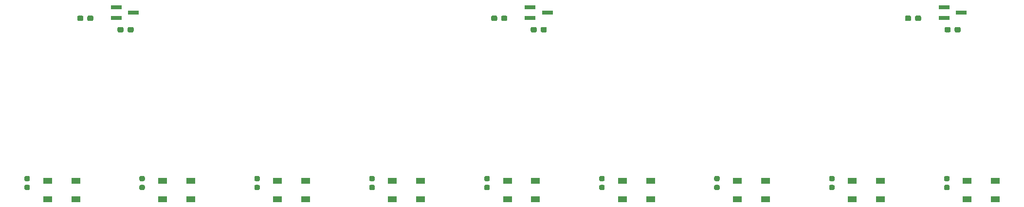
<source format=gbr>
G04 #@! TF.GenerationSoftware,KiCad,Pcbnew,(5.1.7)-1*
G04 #@! TF.CreationDate,2021-03-22T01:50:53-04:00*
G04 #@! TF.ProjectId,Circuit-AirSensor-Right,43697263-7569-4742-9d41-697253656e73,rev?*
G04 #@! TF.SameCoordinates,Original*
G04 #@! TF.FileFunction,Paste,Top*
G04 #@! TF.FilePolarity,Positive*
%FSLAX46Y46*%
G04 Gerber Fmt 4.6, Leading zero omitted, Abs format (unit mm)*
G04 Created by KiCad (PCBNEW (5.1.7)-1) date 2021-03-22 01:50:53*
%MOMM*%
%LPD*%
G01*
G04 APERTURE LIST*
%ADD10R,1.500000X1.000000*%
%ADD11R,1.900000X0.800000*%
G04 APERTURE END LIST*
G36*
G01*
X233750000Y-132550000D02*
X234250000Y-132550000D01*
G75*
G02*
X234475000Y-132775000I0J-225000D01*
G01*
X234475000Y-133225000D01*
G75*
G02*
X234250000Y-133450000I-225000J0D01*
G01*
X233750000Y-133450000D01*
G75*
G02*
X233525000Y-133225000I0J225000D01*
G01*
X233525000Y-132775000D01*
G75*
G02*
X233750000Y-132550000I225000J0D01*
G01*
G37*
G36*
G01*
X233750000Y-134100000D02*
X234250000Y-134100000D01*
G75*
G02*
X234475000Y-134325000I0J-225000D01*
G01*
X234475000Y-134775000D01*
G75*
G02*
X234250000Y-135000000I-225000J0D01*
G01*
X233750000Y-135000000D01*
G75*
G02*
X233525000Y-134775000I0J225000D01*
G01*
X233525000Y-134325000D01*
G75*
G02*
X233750000Y-134100000I225000J0D01*
G01*
G37*
G36*
G01*
X213750000Y-134100000D02*
X214250000Y-134100000D01*
G75*
G02*
X214475000Y-134325000I0J-225000D01*
G01*
X214475000Y-134775000D01*
G75*
G02*
X214250000Y-135000000I-225000J0D01*
G01*
X213750000Y-135000000D01*
G75*
G02*
X213525000Y-134775000I0J225000D01*
G01*
X213525000Y-134325000D01*
G75*
G02*
X213750000Y-134100000I225000J0D01*
G01*
G37*
G36*
G01*
X213750000Y-132550000D02*
X214250000Y-132550000D01*
G75*
G02*
X214475000Y-132775000I0J-225000D01*
G01*
X214475000Y-133225000D01*
G75*
G02*
X214250000Y-133450000I-225000J0D01*
G01*
X213750000Y-133450000D01*
G75*
G02*
X213525000Y-133225000I0J225000D01*
G01*
X213525000Y-132775000D01*
G75*
G02*
X213750000Y-132550000I225000J0D01*
G01*
G37*
G36*
G01*
X193750000Y-132550000D02*
X194250000Y-132550000D01*
G75*
G02*
X194475000Y-132775000I0J-225000D01*
G01*
X194475000Y-133225000D01*
G75*
G02*
X194250000Y-133450000I-225000J0D01*
G01*
X193750000Y-133450000D01*
G75*
G02*
X193525000Y-133225000I0J225000D01*
G01*
X193525000Y-132775000D01*
G75*
G02*
X193750000Y-132550000I225000J0D01*
G01*
G37*
G36*
G01*
X193750000Y-134100000D02*
X194250000Y-134100000D01*
G75*
G02*
X194475000Y-134325000I0J-225000D01*
G01*
X194475000Y-134775000D01*
G75*
G02*
X194250000Y-135000000I-225000J0D01*
G01*
X193750000Y-135000000D01*
G75*
G02*
X193525000Y-134775000I0J225000D01*
G01*
X193525000Y-134325000D01*
G75*
G02*
X193750000Y-134100000I225000J0D01*
G01*
G37*
G36*
G01*
X173750000Y-132550000D02*
X174250000Y-132550000D01*
G75*
G02*
X174475000Y-132775000I0J-225000D01*
G01*
X174475000Y-133225000D01*
G75*
G02*
X174250000Y-133450000I-225000J0D01*
G01*
X173750000Y-133450000D01*
G75*
G02*
X173525000Y-133225000I0J225000D01*
G01*
X173525000Y-132775000D01*
G75*
G02*
X173750000Y-132550000I225000J0D01*
G01*
G37*
G36*
G01*
X173750000Y-134100000D02*
X174250000Y-134100000D01*
G75*
G02*
X174475000Y-134325000I0J-225000D01*
G01*
X174475000Y-134775000D01*
G75*
G02*
X174250000Y-135000000I-225000J0D01*
G01*
X173750000Y-135000000D01*
G75*
G02*
X173525000Y-134775000I0J225000D01*
G01*
X173525000Y-134325000D01*
G75*
G02*
X173750000Y-134100000I225000J0D01*
G01*
G37*
G36*
G01*
X153750000Y-132550000D02*
X154250000Y-132550000D01*
G75*
G02*
X154475000Y-132775000I0J-225000D01*
G01*
X154475000Y-133225000D01*
G75*
G02*
X154250000Y-133450000I-225000J0D01*
G01*
X153750000Y-133450000D01*
G75*
G02*
X153525000Y-133225000I0J225000D01*
G01*
X153525000Y-132775000D01*
G75*
G02*
X153750000Y-132550000I225000J0D01*
G01*
G37*
G36*
G01*
X153750000Y-134100000D02*
X154250000Y-134100000D01*
G75*
G02*
X154475000Y-134325000I0J-225000D01*
G01*
X154475000Y-134775000D01*
G75*
G02*
X154250000Y-135000000I-225000J0D01*
G01*
X153750000Y-135000000D01*
G75*
G02*
X153525000Y-134775000I0J225000D01*
G01*
X153525000Y-134325000D01*
G75*
G02*
X153750000Y-134100000I225000J0D01*
G01*
G37*
G36*
G01*
X133750000Y-132550000D02*
X134250000Y-132550000D01*
G75*
G02*
X134475000Y-132775000I0J-225000D01*
G01*
X134475000Y-133225000D01*
G75*
G02*
X134250000Y-133450000I-225000J0D01*
G01*
X133750000Y-133450000D01*
G75*
G02*
X133525000Y-133225000I0J225000D01*
G01*
X133525000Y-132775000D01*
G75*
G02*
X133750000Y-132550000I225000J0D01*
G01*
G37*
G36*
G01*
X133750000Y-134100000D02*
X134250000Y-134100000D01*
G75*
G02*
X134475000Y-134325000I0J-225000D01*
G01*
X134475000Y-134775000D01*
G75*
G02*
X134250000Y-135000000I-225000J0D01*
G01*
X133750000Y-135000000D01*
G75*
G02*
X133525000Y-134775000I0J225000D01*
G01*
X133525000Y-134325000D01*
G75*
G02*
X133750000Y-134100000I225000J0D01*
G01*
G37*
G36*
G01*
X113750000Y-132550000D02*
X114250000Y-132550000D01*
G75*
G02*
X114475000Y-132775000I0J-225000D01*
G01*
X114475000Y-133225000D01*
G75*
G02*
X114250000Y-133450000I-225000J0D01*
G01*
X113750000Y-133450000D01*
G75*
G02*
X113525000Y-133225000I0J225000D01*
G01*
X113525000Y-132775000D01*
G75*
G02*
X113750000Y-132550000I225000J0D01*
G01*
G37*
G36*
G01*
X113750000Y-134100000D02*
X114250000Y-134100000D01*
G75*
G02*
X114475000Y-134325000I0J-225000D01*
G01*
X114475000Y-134775000D01*
G75*
G02*
X114250000Y-135000000I-225000J0D01*
G01*
X113750000Y-135000000D01*
G75*
G02*
X113525000Y-134775000I0J225000D01*
G01*
X113525000Y-134325000D01*
G75*
G02*
X113750000Y-134100000I225000J0D01*
G01*
G37*
G36*
G01*
X93750000Y-134100000D02*
X94250000Y-134100000D01*
G75*
G02*
X94475000Y-134325000I0J-225000D01*
G01*
X94475000Y-134775000D01*
G75*
G02*
X94250000Y-135000000I-225000J0D01*
G01*
X93750000Y-135000000D01*
G75*
G02*
X93525000Y-134775000I0J225000D01*
G01*
X93525000Y-134325000D01*
G75*
G02*
X93750000Y-134100000I225000J0D01*
G01*
G37*
G36*
G01*
X93750000Y-132550000D02*
X94250000Y-132550000D01*
G75*
G02*
X94475000Y-132775000I0J-225000D01*
G01*
X94475000Y-133225000D01*
G75*
G02*
X94250000Y-133450000I-225000J0D01*
G01*
X93750000Y-133450000D01*
G75*
G02*
X93525000Y-133225000I0J225000D01*
G01*
X93525000Y-132775000D01*
G75*
G02*
X93750000Y-132550000I225000J0D01*
G01*
G37*
G36*
G01*
X73750000Y-134100000D02*
X74250000Y-134100000D01*
G75*
G02*
X74475000Y-134325000I0J-225000D01*
G01*
X74475000Y-134775000D01*
G75*
G02*
X74250000Y-135000000I-225000J0D01*
G01*
X73750000Y-135000000D01*
G75*
G02*
X73525000Y-134775000I0J225000D01*
G01*
X73525000Y-134325000D01*
G75*
G02*
X73750000Y-134100000I225000J0D01*
G01*
G37*
G36*
G01*
X73750000Y-132550000D02*
X74250000Y-132550000D01*
G75*
G02*
X74475000Y-132775000I0J-225000D01*
G01*
X74475000Y-133225000D01*
G75*
G02*
X74250000Y-133450000I-225000J0D01*
G01*
X73750000Y-133450000D01*
G75*
G02*
X73525000Y-133225000I0J225000D01*
G01*
X73525000Y-132775000D01*
G75*
G02*
X73750000Y-132550000I225000J0D01*
G01*
G37*
D10*
X77550000Y-133400000D03*
X77550000Y-136600000D03*
X82450000Y-133400000D03*
X82450000Y-136600000D03*
X102450000Y-136600000D03*
X102450000Y-133400000D03*
X97550000Y-136600000D03*
X97550000Y-133400000D03*
X122450000Y-136600000D03*
X122450000Y-133400000D03*
X117550000Y-136600000D03*
X117550000Y-133400000D03*
X142450000Y-136600000D03*
X142450000Y-133400000D03*
X137550000Y-136600000D03*
X137550000Y-133400000D03*
X237550000Y-133400000D03*
X237550000Y-136600000D03*
X242450000Y-133400000D03*
X242450000Y-136600000D03*
X222450000Y-136600000D03*
X222450000Y-133400000D03*
X217550000Y-136600000D03*
X217550000Y-133400000D03*
X202450000Y-136600000D03*
X202450000Y-133400000D03*
X197550000Y-136600000D03*
X197550000Y-133400000D03*
X182450000Y-136600000D03*
X182450000Y-133400000D03*
X177550000Y-136600000D03*
X177550000Y-133400000D03*
X157550000Y-133400000D03*
X157550000Y-136600000D03*
X162450000Y-133400000D03*
X162450000Y-136600000D03*
G36*
G01*
X227775000Y-104762500D02*
X227775000Y-105237500D01*
G75*
G02*
X227537500Y-105475000I-237500J0D01*
G01*
X226962500Y-105475000D01*
G75*
G02*
X226725000Y-105237500I0J237500D01*
G01*
X226725000Y-104762500D01*
G75*
G02*
X226962500Y-104525000I237500J0D01*
G01*
X227537500Y-104525000D01*
G75*
G02*
X227775000Y-104762500I0J-237500D01*
G01*
G37*
G36*
G01*
X229525000Y-104762500D02*
X229525000Y-105237500D01*
G75*
G02*
X229287500Y-105475000I-237500J0D01*
G01*
X228712500Y-105475000D01*
G75*
G02*
X228475000Y-105237500I0J237500D01*
G01*
X228475000Y-104762500D01*
G75*
G02*
X228712500Y-104525000I237500J0D01*
G01*
X229287500Y-104525000D01*
G75*
G02*
X229525000Y-104762500I0J-237500D01*
G01*
G37*
G36*
G01*
X155775000Y-104762500D02*
X155775000Y-105237500D01*
G75*
G02*
X155537500Y-105475000I-237500J0D01*
G01*
X154962500Y-105475000D01*
G75*
G02*
X154725000Y-105237500I0J237500D01*
G01*
X154725000Y-104762500D01*
G75*
G02*
X154962500Y-104525000I237500J0D01*
G01*
X155537500Y-104525000D01*
G75*
G02*
X155775000Y-104762500I0J-237500D01*
G01*
G37*
G36*
G01*
X157525000Y-104762500D02*
X157525000Y-105237500D01*
G75*
G02*
X157287500Y-105475000I-237500J0D01*
G01*
X156712500Y-105475000D01*
G75*
G02*
X156475000Y-105237500I0J237500D01*
G01*
X156475000Y-104762500D01*
G75*
G02*
X156712500Y-104525000I237500J0D01*
G01*
X157287500Y-104525000D01*
G75*
G02*
X157525000Y-104762500I0J-237500D01*
G01*
G37*
G36*
G01*
X83775000Y-104762500D02*
X83775000Y-105237500D01*
G75*
G02*
X83537500Y-105475000I-237500J0D01*
G01*
X82962500Y-105475000D01*
G75*
G02*
X82725000Y-105237500I0J237500D01*
G01*
X82725000Y-104762500D01*
G75*
G02*
X82962500Y-104525000I237500J0D01*
G01*
X83537500Y-104525000D01*
G75*
G02*
X83775000Y-104762500I0J-237500D01*
G01*
G37*
G36*
G01*
X85525000Y-104762500D02*
X85525000Y-105237500D01*
G75*
G02*
X85287500Y-105475000I-237500J0D01*
G01*
X84712500Y-105475000D01*
G75*
G02*
X84475000Y-105237500I0J237500D01*
G01*
X84475000Y-104762500D01*
G75*
G02*
X84712500Y-104525000I237500J0D01*
G01*
X85287500Y-104525000D01*
G75*
G02*
X85525000Y-104762500I0J-237500D01*
G01*
G37*
G36*
G01*
X235350000Y-107237500D02*
X235350000Y-106762500D01*
G75*
G02*
X235587500Y-106525000I237500J0D01*
G01*
X236162500Y-106525000D01*
G75*
G02*
X236400000Y-106762500I0J-237500D01*
G01*
X236400000Y-107237500D01*
G75*
G02*
X236162500Y-107475000I-237500J0D01*
G01*
X235587500Y-107475000D01*
G75*
G02*
X235350000Y-107237500I0J237500D01*
G01*
G37*
G36*
G01*
X233600000Y-107237500D02*
X233600000Y-106762500D01*
G75*
G02*
X233837500Y-106525000I237500J0D01*
G01*
X234412500Y-106525000D01*
G75*
G02*
X234650000Y-106762500I0J-237500D01*
G01*
X234650000Y-107237500D01*
G75*
G02*
X234412500Y-107475000I-237500J0D01*
G01*
X233837500Y-107475000D01*
G75*
G02*
X233600000Y-107237500I0J237500D01*
G01*
G37*
G36*
G01*
X163350000Y-107237500D02*
X163350000Y-106762500D01*
G75*
G02*
X163587500Y-106525000I237500J0D01*
G01*
X164162500Y-106525000D01*
G75*
G02*
X164400000Y-106762500I0J-237500D01*
G01*
X164400000Y-107237500D01*
G75*
G02*
X164162500Y-107475000I-237500J0D01*
G01*
X163587500Y-107475000D01*
G75*
G02*
X163350000Y-107237500I0J237500D01*
G01*
G37*
G36*
G01*
X161600000Y-107237500D02*
X161600000Y-106762500D01*
G75*
G02*
X161837500Y-106525000I237500J0D01*
G01*
X162412500Y-106525000D01*
G75*
G02*
X162650000Y-106762500I0J-237500D01*
G01*
X162650000Y-107237500D01*
G75*
G02*
X162412500Y-107475000I-237500J0D01*
G01*
X161837500Y-107475000D01*
G75*
G02*
X161600000Y-107237500I0J237500D01*
G01*
G37*
G36*
G01*
X91475000Y-107237500D02*
X91475000Y-106762500D01*
G75*
G02*
X91712500Y-106525000I237500J0D01*
G01*
X92287500Y-106525000D01*
G75*
G02*
X92525000Y-106762500I0J-237500D01*
G01*
X92525000Y-107237500D01*
G75*
G02*
X92287500Y-107475000I-237500J0D01*
G01*
X91712500Y-107475000D01*
G75*
G02*
X91475000Y-107237500I0J237500D01*
G01*
G37*
G36*
G01*
X89725000Y-107237500D02*
X89725000Y-106762500D01*
G75*
G02*
X89962500Y-106525000I237500J0D01*
G01*
X90537500Y-106525000D01*
G75*
G02*
X90775000Y-106762500I0J-237500D01*
G01*
X90775000Y-107237500D01*
G75*
G02*
X90537500Y-107475000I-237500J0D01*
G01*
X89962500Y-107475000D01*
G75*
G02*
X89725000Y-107237500I0J237500D01*
G01*
G37*
D11*
X236500000Y-104000000D03*
X233500000Y-104950000D03*
X233500000Y-103050000D03*
X164500000Y-104000000D03*
X161500000Y-104950000D03*
X161500000Y-103050000D03*
X92500000Y-104000000D03*
X89500000Y-104950000D03*
X89500000Y-103050000D03*
M02*

</source>
